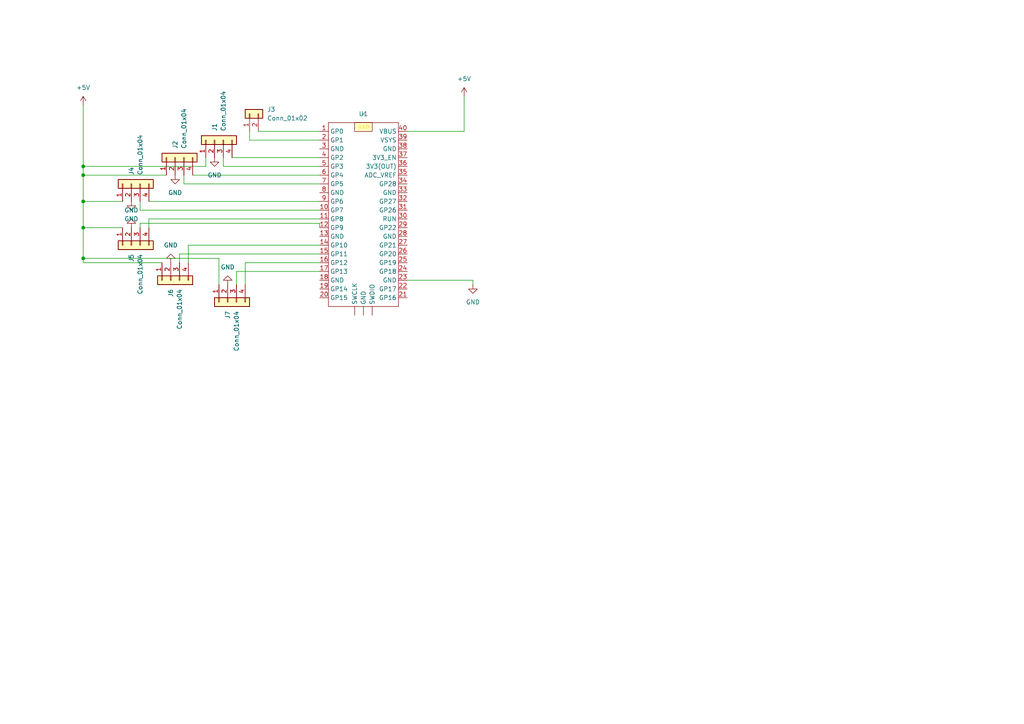
<source format=kicad_sch>
(kicad_sch (version 20230121) (generator eeschema)
  (paper "A4")
  (lib_symbols
    (symbol "Connector_Generic:Conn_01x02" (pin_names (offset 1.016) hide)
      (property "Reference" "J" (at 0 2.54 0))
      (property "Value" "Conn_01x02" (at 0 -5.08 0))
      (symbol "Conn_01x02_1_1"
        (rectangle (start -1.27 -2.413) (end 0 -2.667) (stroke (width 0.1524)))
        (rectangle (start -1.27 0.127) (end 0 -0.127) (stroke (width 0.1524)))
        (rectangle (start -1.27 1.27) (end 1.27 -3.81) (stroke (width 0.254)) (fill (type background)))
        (pin passive line (at -5.08 0 0) (length 3.81) (name "Pin_1") (number "1"))
        (pin passive line (at -5.08 -2.54 0) (length 3.81) (name "Pin_2") (number "2"))
      )
    )
    (symbol "Connector_Generic:Conn_01x04" (pin_names (offset 1.016) hide)
      (property "Reference" "J" (at 0 5.08 0))
      (property "Value" "Conn_01x04" (at 0 -7.62 0))
      (symbol "Conn_01x04_1_1"
        (rectangle (start -1.27 -4.953) (end 0 -5.207) (stroke (width 0.1524)))
        (rectangle (start -1.27 -2.413) (end 0 -2.667) (stroke (width 0.1524)))
        (rectangle (start -1.27 0.127) (end 0 -0.127) (stroke (width 0.1524)))
        (rectangle (start -1.27 2.667) (end 0 2.413) (stroke (width 0.1524)))
        (rectangle (start -1.27 3.81) (end 1.27 -6.35) (stroke (width 0.254)) (fill (type background)))
        (pin passive line (at -5.08 2.54 0) (length 3.81) (name "Pin_1") (number "1"))
        (pin passive line (at -5.08 0 0) (length 3.81) (name "Pin_2") (number "2"))
        (pin passive line (at -5.08 -2.54 0) (length 3.81) (name "Pin_3") (number "3"))
        (pin passive line (at -5.08 -5.08 0) (length 3.81) (name "Pin_4") (number "4"))
      )
    )
    (symbol "RP2040_parts:pi_pico"
      (property "Reference" "U" (at 0 0 0))
      (symbol "pi_pico_1_0"
        (pin passive line (at -12.7 -27.94 0) (length 2.54) (name "GP7") (number "10"))
        (pin passive line (at -12.7 -30.48 0) (length 2.54) (name "GP8") (number "11"))
        (pin passive line (at -12.7 -33.02 0) (length 2.54) (name "GP9") (number "12"))
        (pin passive line (at -12.7 -35.56 0) (length 2.54) (name "GND") (number "13"))
        (pin passive line (at -12.7 -38.1 0) (length 2.54) (name "GP10") (number "14"))
        (pin passive line (at -12.7 -40.64 0) (length 2.54) (name "GP11") (number "15"))
        (pin passive line (at -12.7 -43.18 0) (length 2.54) (name "GP12") (number "16"))
        (pin passive line (at -12.7 -45.72 0) (length 2.54) (name "GP13") (number "17"))
        (pin passive line (at -12.7 -48.26 0) (length 2.54) (name "GND") (number "18"))
        (pin passive line (at -12.7 -50.8 0) (length 2.54) (name "GP14") (number "19"))
        (pin passive line (at -12.7 -53.34 0) (length 2.54) (name "GP15") (number "20"))
        (pin passive line (at 12.7 -53.34 180) (length 2.54) (name "GP16") (number "21"))
        (pin passive line (at 12.7 -50.8 180) (length 2.54) (name "GP17") (number "22"))
        (pin passive line (at 12.7 -48.26 180) (length 2.54) (name "GND") (number "23"))
        (pin passive line (at 12.7 -45.72 180) (length 2.54) (name "GP18") (number "24"))
        (pin passive line (at 12.7 -43.18 180) (length 2.54) (name "GP19") (number "25"))
        (pin passive line (at 12.7 -40.64 180) (length 2.54) (name "GP20") (number "26"))
        (pin passive line (at 12.7 -38.1 180) (length 2.54) (name "GP21") (number "27"))
        (pin passive line (at 12.7 -35.56 180) (length 2.54) (name "GND") (number "28"))
        (pin passive line (at 12.7 -33.02 180) (length 2.54) (name "GP22") (number "29"))
        (pin passive line (at -12.7 -10.16 0) (length 2.54) (name "GND") (number "3"))
        (pin passive line (at 12.7 -30.48 180) (length 2.54) (name "RUN") (number "30"))
        (pin passive line (at 12.7 -27.94 180) (length 2.54) (name "GP26") (number "31"))
        (pin passive line (at 12.7 -25.4 180) (length 2.54) (name "GP27") (number "32"))
        (pin passive line (at 12.7 -22.86 180) (length 2.54) (name "GND") (number "33"))
        (pin passive line (at 12.7 -20.32 180) (length 2.54) (name "GP28") (number "34"))
        (pin passive line (at 12.7 -17.78 180) (length 2.54) (name "ADC_VREF") (number "35"))
        (pin power_out line (at 12.7 -15.24 180) (length 2.54) (name "3V3(OUT)") (number "36"))
        (pin passive line (at 12.7 -12.7 180) (length 2.54) (name "3V3_EN") (number "37"))
        (pin passive line (at 12.7 -10.16 180) (length 2.54) (name "GND") (number "38"))
        (pin passive line (at 12.7 -7.62 180) (length 2.54) (name "VSYS") (number "39"))
        (pin passive line (at -12.7 -12.7 0) (length 2.54) (name "GP2") (number "4"))
        (pin passive line (at -12.7 -15.24 0) (length 2.54) (name "GP3") (number "5"))
        (pin passive line (at -12.7 -17.78 0) (length 2.54) (name "GP4") (number "6"))
        (pin passive line (at -12.7 -20.32 0) (length 2.54) (name "GP5") (number "7"))
        (pin passive line (at -12.7 -22.86 0) (length 2.54) (name "GND") (number "8"))
        (pin passive line (at -12.7 -25.4 0) (length 2.54) (name "GP6") (number "9"))
      )
      (symbol "pi_pico_1_1"
        (rectangle (start -10.16 -2.54) (end 10.16 -55.88))
        (polyline (pts (xy 2.54 -2.54) (xy 2.54 -5.08) (xy -2.54 -5.08) (xy -2.54 -2.54) (xy 2.54 -2.54)) (fill (type background)))
        (text "usb" (at 0.0526 -3.6068 0) (effects (font (size 1.27 1.27))))
        (pin passive line (at 0 -58.42 90) (length 2.54) (name "GND") (number ""))
        (pin passive line (at -2.54 -58.42 90) (length 2.54) (name "SWCLK") (number ""))
        (pin passive line (at 2.54 -58.42 90) (length 2.54) (name "SWDIO") (number ""))
        (pin passive line (at -12.7 -5.08 0) (length 2.54) (name "GP0") (number "1"))
        (pin passive line (at -12.7 -7.62 0) (length 2.54) (name "GP1") (number "2"))
        (pin passive line (at 12.7 -5.08 180) (length 2.54) (name "VBUS") (number "40"))
      )
    )
    (symbol "power:+5V" (power) (pin_names (offset 0))
      (property "Value" "+5V" (at 0 3.556 0))
      (symbol "+5V_0_1"
        (polyline (pts (xy -0.762 1.27) (xy 0 2.54)))
        (polyline (pts (xy 0 0) (xy 0 2.54)))
        (polyline (pts (xy 0 2.54) (xy 0.762 1.27)))
      )
      (symbol "+5V_1_1"
        (pin power_in line (at 0 0 90) (length 0) hide (name "+5V") (number "1"))
      )
    )
    (symbol "power:GND" (power) (pin_names (offset 0))
      (property "Value" "GND" (at 0 -3.81 0))
      (symbol "GND_0_1"
        (polyline (pts (xy 0 0) (xy 0 -1.27) (xy 1.27 -1.27) (xy 0 -2.54) (xy -1.27 -1.27) (xy 0 -1.27)))
      )
      (symbol "GND_1_1"
        (pin power_in line (at 0 0 270) (length 0) hide (name "GND") (number "1"))
      )
    )
  )
  (junction (at 24.13 50.8))
  (junction (at 24.13 48.26))
  (junction (at 24.13 58.42))
  (junction (at 24.13 66.04))
  (junction (at 24.13 74.93))
  (wire (pts (xy 72.39 38.1) (xy 72.39 40.64)))
  (wire (pts (xy 54.61 71.12) (xy 92.71 71.12)))
  (wire (pts (xy 92.71 64.77) (xy 92.71 66.04)))
  (wire (pts (xy 68.58 78.74) (xy 92.71 78.74)))
  (wire (pts (xy 24.13 66.04) (xy 24.13 74.93)))
  (wire (pts (xy 53.34 53.34) (xy 92.71 53.34)))
  (wire (pts (xy 74.93 38.1) (xy 92.71 38.1)))
  (wire (pts (xy 134.62 27.94) (xy 134.62 38.1)))
  (wire (pts (xy 24.13 30.48) (xy 24.13 48.26)))
  (wire (pts (xy 71.12 76.2) (xy 92.71 76.2)))
  (wire (pts (xy 137.16 81.28) (xy 137.16 82.55)))
  (wire (pts (xy 40.64 58.42) (xy 40.64 60.96)))
  (wire (pts (xy 24.13 58.42) (xy 35.56 58.42)))
  (wire (pts (xy 64.77 48.26) (xy 92.71 48.26)))
  (wire (pts (xy 59.69 45.72) (xy 59.69 48.26)))
  (wire (pts (xy 24.13 58.42) (xy 24.13 66.04)))
  (wire (pts (xy 24.13 48.26) (xy 24.13 50.8)))
  (wire (pts (xy 24.13 50.8) (xy 24.13 58.42)))
  (wire (pts (xy 53.34 50.8) (xy 53.34 53.34)))
  (wire (pts (xy 118.11 38.1) (xy 134.62 38.1)))
  (wire (pts (xy 43.18 63.5) (xy 92.71 63.5)))
  (wire (pts (xy 40.64 66.04) (xy 40.64 64.77)))
  (wire (pts (xy 68.58 82.55) (xy 68.58 78.74)))
  (wire (pts (xy 71.12 82.55) (xy 71.12 76.2)))
  (wire (pts (xy 67.31 45.72) (xy 92.71 45.72)))
  (wire (pts (xy 64.77 45.72) (xy 64.77 48.26)))
  (wire (pts (xy 43.18 58.42) (xy 92.71 58.42)))
  (wire (pts (xy 118.11 81.28) (xy 137.16 81.28)))
  (wire (pts (xy 40.64 64.77) (xy 92.71 64.77)))
  (wire (pts (xy 40.64 60.96) (xy 92.71 60.96)))
  (wire (pts (xy 46.99 76.2) (xy 24.13 76.2)))
  (wire (pts (xy 24.13 74.93) (xy 63.5 74.93)))
  (wire (pts (xy 54.61 76.2) (xy 54.61 71.12)))
  (wire (pts (xy 24.13 66.04) (xy 35.56 66.04)))
  (wire (pts (xy 52.07 73.66) (xy 92.71 73.66)))
  (wire (pts (xy 59.69 48.26) (xy 24.13 48.26)))
  (wire (pts (xy 63.5 82.55) (xy 63.5 74.93)))
  (wire (pts (xy 52.07 76.2) (xy 52.07 73.66)))
  (wire (pts (xy 24.13 50.8) (xy 48.26 50.8)))
  (wire (pts (xy 55.88 50.8) (xy 92.71 50.8)))
  (wire (pts (xy 43.18 66.04) (xy 43.18 63.5)))
  (wire (pts (xy 72.39 40.64) (xy 92.71 40.64)))
  (wire (pts (xy 24.13 74.93) (xy 24.13 76.2)))
  (symbol (lib_id "power:GND") (at 66.04 82.55 0) (mirror x) (unit 1)
    (property "Reference" "#PWR09" (effects hide))
    (property "Value" "GND" (at 66.04 77.47 0))
  )
  (symbol (lib_id "power:GND") (at 137.16 82.55 0) (unit 1)
    (property "Reference" "#PWR01" (effects hide))
    (property "Value" "GND" (at 137.16 87.63 0))
  )
  (symbol (lib_id "RP2040_parts:pi_pico") (at 105.41 33.02 0) (unit 1)
    (property "Reference" "U1" (at 105.41 33.02 0))
    (property "Value" "~" (at 105.41 33.02 0))
    (property "Footprint" "Library-pi-pico:Raspberry_pi_pico" (effects hide))
  )
  (symbol (lib_id "Connector_Generic:Conn_01x04") (at 49.53 81.28 90) (mirror x) (unit 1)
    (property "Reference" "J6" (at 49.53 83.82 0) (effects (justify left)))
    (property "Value" "Conn_01x04" (at 52.07 83.82 0) (effects (justify left)))
    (property "Footprint" "Connector_PinHeader_2.54mm:PinHeader_1x04_P2.54mm_Vertical" (effects hide))
  )
  (symbol (lib_id "Connector_Generic:Conn_01x04") (at 38.1 53.34 90) (unit 1)
    (property "Reference" "J4" (at 38.1 50.8 0) (effects (justify left)))
    (property "Value" "Conn_01x04" (at 40.64 50.8 0) (effects (justify left)))
    (property "Footprint" "Connector_PinHeader_2.54mm:PinHeader_1x04_P2.54mm_Vertical" (effects hide))
  )
  (symbol (lib_id "Connector_Generic:Conn_01x04") (at 62.23 40.64 90) (unit 1)
    (property "Reference" "J1" (at 62.23 38.1 0) (effects (justify left)))
    (property "Value" "Conn_01x04" (at 64.77 38.1 0) (effects (justify left)))
    (property "Footprint" "Connector_PinHeader_2.54mm:PinHeader_1x04_P2.54mm_Vertical" (effects hide))
  )
  (symbol (lib_id "power:GND") (at 50.8 50.8 0) (unit 1)
    (property "Reference" "#PWR05" (effects hide))
    (property "Value" "GND" (at 50.8 55.88 0))
  )
  (symbol (lib_id "power:+5V") (at 24.13 30.48 0) (unit 1)
    (property "Reference" "#PWR03" (effects hide))
    (property "Value" "+5V" (at 24.13 25.4 0))
  )
  (symbol (lib_id "Connector_Generic:Conn_01x02") (at 72.39 33.02 90) (unit 1)
    (property "Reference" "J3" (at 77.47 31.75 90) (effects (justify right)))
    (property "Value" "Conn_01x02" (at 77.47 34.29 90) (effects (justify right)))
    (property "Footprint" "Connector_PinHeader_2.54mm:PinHeader_1x02_P2.54mm_Vertical" (effects hide))
  )
  (symbol (lib_id "Connector_Generic:Conn_01x04") (at 38.1 71.12 90) (mirror x) (unit 1)
    (property "Reference" "J5" (at 38.1 73.66 0) (effects (justify left)))
    (property "Value" "Conn_01x04" (at 40.64 73.66 0) (effects (justify left)))
    (property "Footprint" "Connector_PinHeader_2.54mm:PinHeader_1x04_P2.54mm_Vertical" (effects hide))
  )
  (symbol (lib_id "Connector_Generic:Conn_01x04") (at 66.04 87.63 90) (mirror x) (unit 1)
    (property "Reference" "J7" (at 66.04 90.17 0) (effects (justify left)))
    (property "Value" "Conn_01x04" (at 68.58 90.17 0) (effects (justify left)))
    (property "Footprint" "Connector_PinHeader_2.54mm:PinHeader_1x04_P2.54mm_Vertical" (effects hide))
  )
  (symbol (lib_id "power:GND") (at 38.1 66.04 0) (mirror x) (unit 1)
    (property "Reference" "#PWR07" (effects hide))
    (property "Value" "GND" (at 38.1 60.96 0))
  )
  (symbol (lib_id "power:+5V") (at 134.62 27.94 0) (unit 1)
    (property "Reference" "#PWR02" (effects hide))
    (property "Value" "+5V" (at 134.62 22.86 0))
  )
  (symbol (lib_id "power:GND") (at 49.53 76.2 0) (mirror x) (unit 1)
    (property "Reference" "#PWR08" (effects hide))
    (property "Value" "GND" (at 49.53 71.12 0))
  )
  (symbol (lib_id "Connector_Generic:Conn_01x04") (at 50.8 45.72 90) (unit 1)
    (property "Reference" "J2" (at 50.8 43.18 0) (effects (justify left)))
    (property "Value" "Conn_01x04" (at 53.34 43.18 0) (effects (justify left)))
    (property "Footprint" "Connector_PinHeader_2.54mm:PinHeader_1x04_P2.54mm_Vertical" (effects hide))
  )
  (symbol (lib_id "power:GND") (at 38.1 58.42 0) (unit 1)
    (property "Reference" "#PWR04" (effects hide))
    (property "Value" "GND" (at 38.1 63.5 0))
  )
  (symbol (lib_id "power:GND") (at 62.23 45.72 0) (unit 1)
    (property "Reference" "#PWR06" (effects hide))
    (property "Value" "GND" (at 62.23 50.8 0))
  )
)
</source>
